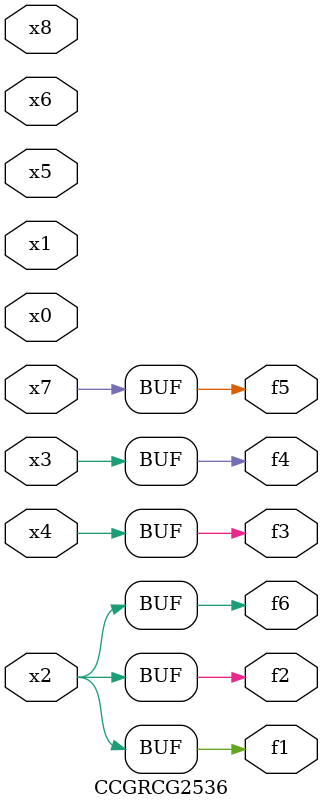
<source format=v>
module CCGRCG2536(
	input x0, x1, x2, x3, x4, x5, x6, x7, x8,
	output f1, f2, f3, f4, f5, f6
);
	assign f1 = x2;
	assign f2 = x2;
	assign f3 = x4;
	assign f4 = x3;
	assign f5 = x7;
	assign f6 = x2;
endmodule

</source>
